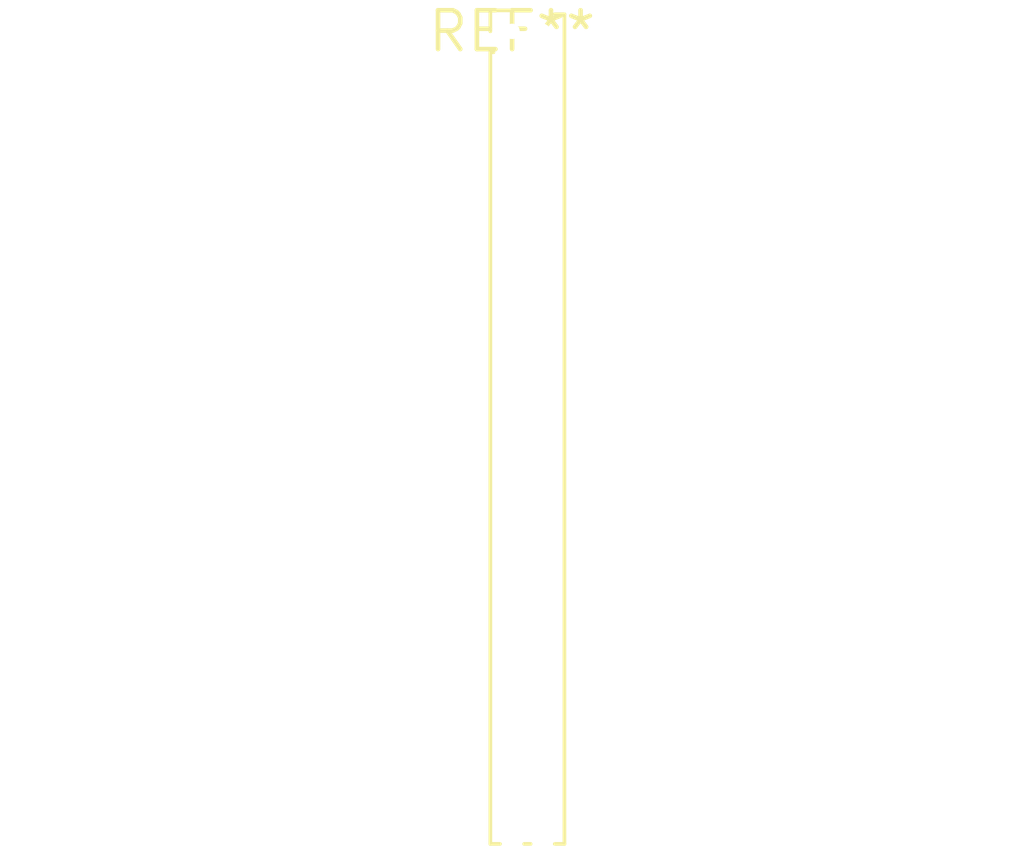
<source format=kicad_pcb>
(kicad_pcb (version 20240108) (generator pcbnew)
  (layers (0 "F.Cu" signal) (31 "B.Cu" signal) (34 "B.Paste" user) (35 "F.Paste" user) (36 "B.SilkS" user "B.Silkscreen") (37 "F.SilkS" user "F.Silkscreen") (38 "B.Mask" user) (39 "F.Mask" user) (44 "Edge.Cuts" user))
  (net 0 "")
  (footprint "PinHeader_2x27_P1.00mm_Vertical" (layer "F.Cu") (at 0 0)
    (property "Reference" "REF**")
    (property "Value" "PinHeader_2x27_P1.00mm_Vertical")
    (fp_line (start -0.71 -0.685) (end 0 -0.685) (layer "F.SilkS") (stroke (width 0.12)))
    (fp_line (start -0.71 0) (end -0.71 -0.685) (layer "F.SilkS") (stroke (width 0.12)))
    (fp_line (start -0.71 0.685) (end -0.71 26.56) (layer "F.SilkS") (stroke (width 0.12)))
    (fp_line (start -0.71 0.685) (end -0.608276 0.685) (layer "F.SilkS") (stroke (width 0.12)))
    (fp_line (start -0.71 26.56) (end -0.394493 26.56) (layer "F.SilkS") (stroke (width 0.12)))
    (fp_line (start 0.394493 26.56) (end 0.605507 26.56) (layer "F.SilkS") (stroke (width 0.12)))
    (fp_line (start 1.394493 -0.56) (end 1.71 -0.56) (layer "F.SilkS") (stroke (width 0.12)))
    (fp_line (start 1.394493 26.56) (end 1.71 26.56) (layer "F.SilkS") (stroke (width 0.12)))
    (fp_line (start 1.71 -0.56) (end 1.71 26.56) (layer "F.SilkS") (stroke (width 0.12)))
    (pad "1" thru_hole rect (at 0 0) (size 0.85 0.85) (drill 0.5) (layers *.Cu *.Mask) (remove_unused_layers))
    (pad "2" thru_hole oval (at 1 0) (size 0.85 0.85) (drill 0.5) (layers *.Cu *.Mask) (remove_unused_layers))
    (pad "3" thru_hole oval (at 0 1) (size 0.85 0.85) (drill 0.5) (layers *.Cu *.Mask) (remove_unused_layers))
    (pad "4" thru_hole oval (at 1 1) (size 0.85 0.85) (drill 0.5) (layers *.Cu *.Mask) (remove_unused_layers))
    (pad "5" thru_hole oval (at 0 2) (size 0.85 0.85) (drill 0.5) (layers *.Cu *.Mask) (remove_unused_layers))
    (pad "6" thru_hole oval (at 1 2) (size 0.85 0.85) (drill 0.5) (layers *.Cu *.Mask) (remove_unused_layers))
    (pad "7" thru_hole oval (at 0 3) (size 0.85 0.85) (drill 0.5) (layers *.Cu *.Mask) (remove_unused_layers))
    (pad "8" thru_hole oval (at 1 3) (size 0.85 0.85) (drill 0.5) (layers *.Cu *.Mask) (remove_unused_layers))
    (pad "9" thru_hole oval (at 0 4) (size 0.85 0.85) (drill 0.5) (layers *.Cu *.Mask) (remove_unused_layers))
    (pad "10" thru_hole oval (at 1 4) (size 0.85 0.85) (drill 0.5) (layers *.Cu *.Mask) (remove_unused_layers))
    (pad "11" thru_hole oval (at 0 5) (size 0.85 0.85) (drill 0.5) (layers *.Cu *.Mask) (remove_unused_layers))
    (pad "12" thru_hole oval (at 1 5) (size 0.85 0.85) (drill 0.5) (layers *.Cu *.Mask) (remove_unused_layers))
    (pad "13" thru_hole oval (at 0 6) (size 0.85 0.85) (drill 0.5) (layers *.Cu *.Mask) (remove_unused_layers))
    (pad "14" thru_hole oval (at 1 6) (size 0.85 0.85) (drill 0.5) (layers *.Cu *.Mask) (remove_unused_layers))
    (pad "15" thru_hole oval (at 0 7) (size 0.85 0.85) (drill 0.5) (layers *.Cu *.Mask) (remove_unused_layers))
    (pad "16" thru_hole oval (at 1 7) (size 0.85 0.85) (drill 0.5) (layers *.Cu *.Mask) (remove_unused_layers))
    (pad "17" thru_hole oval (at 0 8) (size 0.85 0.85) (drill 0.5) (layers *.Cu *.Mask) (remove_unused_layers))
    (pad "18" thru_hole oval (at 1 8) (size 0.85 0.85) (drill 0.5) (layers *.Cu *.Mask) (remove_unused_layers))
    (pad "19" thru_hole oval (at 0 9) (size 0.85 0.85) (drill 0.5) (layers *.Cu *.Mask) (remove_unused_layers))
    (pad "20" thru_hole oval (at 1 9) (size 0.85 0.85) (drill 0.5) (layers *.Cu *.Mask) (remove_unused_layers))
    (pad "21" thru_hole oval (at 0 10) (size 0.85 0.85) (drill 0.5) (layers *.Cu *.Mask) (remove_unused_layers))
    (pad "22" thru_hole oval (at 1 10) (size 0.85 0.85) (drill 0.5) (layers *.Cu *.Mask) (remove_unused_layers))
    (pad "23" thru_hole oval (at 0 11) (size 0.85 0.85) (drill 0.5) (layers *.Cu *.Mask) (remove_unused_layers))
    (pad "24" thru_hole oval (at 1 11) (size 0.85 0.85) (drill 0.5) (layers *.Cu *.Mask) (remove_unused_layers))
    (pad "25" thru_hole oval (at 0 12) (size 0.85 0.85) (drill 0.5) (layers *.Cu *.Mask) (remove_unused_layers))
    (pad "26" thru_hole oval (at 1 12) (size 0.85 0.85) (drill 0.5) (layers *.Cu *.Mask) (remove_unused_layers))
    (pad "27" thru_hole oval (at 0 13) (size 0.85 0.85) (drill 0.5) (layers *.Cu *.Mask) (remove_unused_layers))
    (pad "28" thru_hole oval (at 1 13) (size 0.85 0.85) (drill 0.5) (layers *.Cu *.Mask) (remove_unused_layers))
    (pad "29" thru_hole oval (at 0 14) (size 0.85 0.85) (drill 0.5) (layers *.Cu *.Mask) (remove_unused_layers))
    (pad "30" thru_hole oval (at 1 14) (size 0.85 0.85) (drill 0.5) (layers *.Cu *.Mask) (remove_unused_layers))
    (pad "31" thru_hole oval (at 0 15) (size 0.85 0.85) (drill 0.5) (layers *.Cu *.Mask) (remove_unused_layers))
    (pad "32" thru_hole oval (at 1 15) (size 0.85 0.85) (drill 0.5) (layers *.Cu *.Mask) (remove_unused_layers))
    (pad "33" thru_hole oval (at 0 16) (size 0.85 0.85) (drill 0.5) (layers *.Cu *.Mask) (remove_unused_layers))
    (pad "34" thru_hole oval (at 1 16) (size 0.85 0.85) (drill 0.5) (layers *.Cu *.Mask) (remove_unused_layers))
    (pad "35" thru_hole oval (at 0 17) (size 0.85 0.85) (drill 0.5) (layers *.Cu *.Mask) (remove_unused_layers))
    (pad "36" thru_hole oval (at 1 17) (size 0.85 0.85) (drill 0.5) (layers *.Cu *.Mask) (remove_unused_layers))
    (pad "37" thru_hole oval (at 0 18) (size 0.85 0.85) (drill 0.5) (layers *.Cu *.Mask) (remove_unused_layers))
    (pad "38" thru_hole oval (at 1 18) (size 0.85 0.85) (drill 0.5) (layers *.Cu *.Mask) (remove_unused_layers))
    (pad "39" thru_hole oval (at 0 19) (size 0.85 0.85) (drill 0.5) (layers *.Cu *.Mask) (remove_unused_layers))
    (pad "40" thru_hole oval (at 1 19) (size 0.85 0.85) (drill 0.5) (layers *.Cu *.Mask) (remove_unused_layers))
    (pad "41" thru_hole oval (at 0 20) (size 0.85 0.85) (drill 0.5) (layers *.Cu *.Mask) (remove_unused_layers))
    (pad "42" thru_hole oval (at 1 20) (size 0.85 0.85) (drill 0.5) (layers *.Cu *.Mask) (remove_unused_layers))
    (pad "43" thru_hole oval (at 0 21) (size 0.85 0.85) (drill 0.5) (layers *.Cu *.Mask) (remove_unused_layers))
    (pad "44" thru_hole oval (at 1 21) (size 0.85 0.85) (drill 0.5) (layers *.Cu *.Mask) (remove_unused_layers))
    (pad "45" thru_hole oval (at 0 22) (size 0.85 0.85) (drill 0.5) (layers *.Cu *.Mask) (remove_unused_layers))
    (pad "46" thru_hole oval (at 1 22) (size 0.85 0.85) (drill 0.5) (layers *.Cu *.Mask) (remove_unused_layers))
    (pad "47" thru_hole oval (at 0 23) (size 0.85 0.85) (drill 0.5) (layers *.Cu *.Mask) (remove_unused_layers))
    (pad "48" thru_hole oval (at 1 23) (size 0.85 0.85) (drill 0.5) (layers *.Cu *.Mask) (remove_unused_layers))
    (pad "49" thru_hole oval (at 0 24) (size 0.85 0.85) (drill 0.5) (layers *.Cu *.Mask) (remove_unused_layers))
    (pad "50" thru_hole oval (at 1 24) (size 0.85 0.85) (drill 0.5) (layers *.Cu *.Mask) (remove_unused_layers))
    (pad "51" thru_hole oval (at 0 25) (size 0.85 0.85) (drill 0.5) (layers *.Cu *.Mask) (remove_unused_layers))
    (pad "52" thru_hole oval (at 1 25) (size 0.85 0.85) (drill 0.5) (layers *.Cu *.Mask) (remove_unused_layers))
    (pad "53" thru_hole oval (at 0 26) (size 0.85 0.85) (drill 0.5) (layers *.Cu *.Mask) (remove_unused_layers))
    (pad "54" thru_hole oval (at 1 26) (size 0.85 0.85) (drill 0.5) (layers *.Cu *.Mask) (remove_unused_layers))
  )
)
</source>
